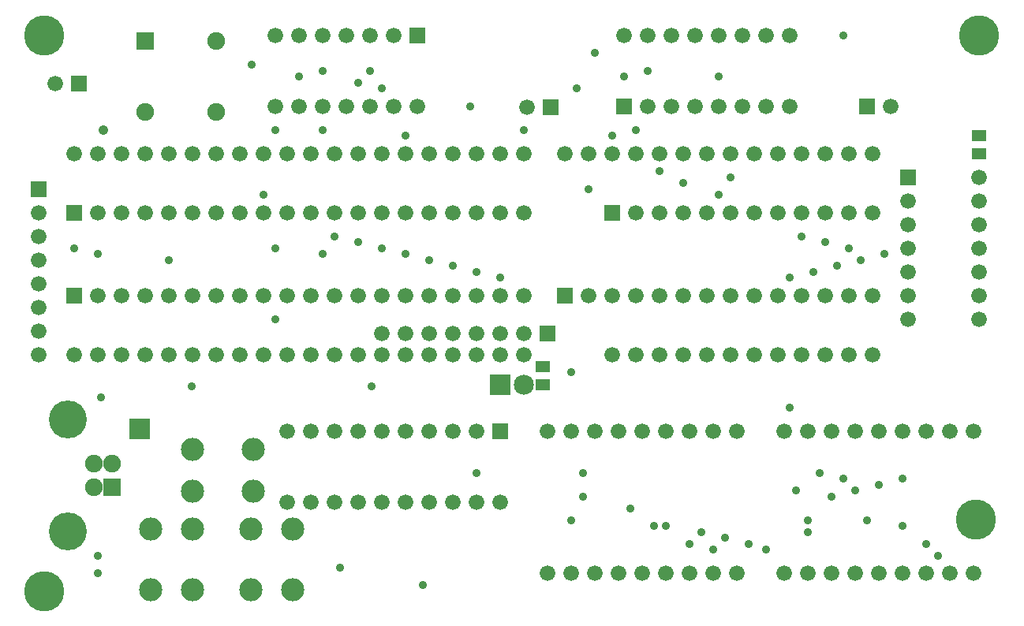
<source format=gbs>
G04*
G04 Format:               Gerber RS-274X*
G04 Layer:                BottomSolderMask*
G04 This File Name:       Mini (Ver 4l 2024).gbs*
G04 Source File Name:     Mini (Ver 4l 2024).rrb*
G04 Unique ID:            9c8083e7-ab2a-4ad3-9dcb-41d5e6687822*
G04 Generated Date:       Sunday, 20 October 2024 01:14:28*
G04*
G04 Created Using:        Robot Room Copper Connection v2.7.5443*
G04 Software Contact:     http://www.robotroom.com/CopperConnection/Support.aspx*
G04 License Number:       1685*
G04 Student Edition:      true*
G04*
G04 Zero Suppression:     Leading*
G04 Number Precision:     2.4*
G04*
G04 Polarity:             Negative. Dark is solderable. Clear space is coating.*
G04*
%FSLAX24Y24*%
%MOIN*%
%LNBottomSolderMask*%
%ADD10C,.036*%
%ADD11C,.041*%
%ADD12C,.066*%
%ADD13C,.075*%
%ADD14C,.085*%
%ADD15C,.098*%
%ADD16C,.16*%
%ADD17C,.17*%
%ADD18R,.006X.006*%
%ADD19R,.066X.066*%
%ADD20R,.075X.075*%
%ADD21R,.085X.085*%
%ADD22R,.06X.05*%
D10*
G01X10750Y20500D03*
X27000Y18750D03*
X34750Y5750D03*
X22070Y10480D03*
X10250Y17750D03*
X29500Y22750D03*
X6250Y15000D03*
X12750Y20500D03*
X16250Y15250D03*
X32500Y8750D03*
X33750Y6000D03*
X7220Y9660D03*
X3250Y15250D03*
X14750Y23000D03*
X12750D03*
X32750Y5250D03*
X13500Y2000D03*
X31500Y2750D03*
X26000Y20500D03*
X12750Y15250D03*
X21250Y20500D03*
X30000Y18500D03*
X2250Y15500D03*
X10750D03*
X37250Y5750D03*
X36250Y5500D03*
X35250Y5250D03*
X34250Y5000D03*
X23250Y4000D03*
X33250D03*
X27250Y3750D03*
X38250Y3000D03*
X37250Y3750D03*
X38750Y2500D03*
X30750Y3000D03*
X29500Y17750D03*
X23250Y10250D03*
X35750Y4000D03*
X29750Y3250D03*
X28250Y3000D03*
X29250Y2750D03*
X28750Y3500D03*
X14250Y22500D03*
X15250Y22250D03*
X3250Y2500D03*
X23500Y22250D03*
X26750Y3750D03*
X33250Y3500D03*
X34740Y24500D03*
X25750Y4500D03*
X19250Y6000D03*
X25500Y22750D03*
X23750Y5000D03*
Y6000D03*
X26500Y23000D03*
X15250Y15500D03*
X35000D03*
X11750Y22750D03*
X10750Y12500D03*
X14250Y15750D03*
X16250Y20250D03*
X25000D03*
X24000Y18000D03*
X34000Y15750D03*
X28000Y18250D03*
X13250Y16000D03*
X33000D03*
X9750Y23250D03*
X14810Y9660D03*
X3250Y1750D03*
X18990Y21500D03*
X36500Y15250D03*
X17250Y15000D03*
X35500D03*
X18250Y14750D03*
X34500D03*
X19250Y14500D03*
X33500D03*
X20250Y14250D03*
X24250Y23750D03*
X3380Y9200D03*
X17000Y1250D03*
X32500Y14250D03*
D11*
X3500Y20500D03*
D12*
X24000Y13500D03*
X25000D03*
X26000D03*
X27000D03*
X28000D03*
X29000D03*
X30000D03*
X31000D03*
X32000D03*
X33000D03*
X34000D03*
X35000D03*
X36000D03*
Y19500D03*
X35000D03*
X34000D03*
X33000D03*
X32000D03*
X31000D03*
X30000D03*
X29000D03*
X28000D03*
X27000D03*
X26000D03*
X25000D03*
X24000D03*
X23000D03*
X26000Y17000D03*
X27000D03*
X28000D03*
X29000D03*
X30000D03*
X31000D03*
X32000D03*
X33000D03*
X34000D03*
X35000D03*
X36000D03*
Y11000D03*
X35000D03*
X34000D03*
X33000D03*
X32000D03*
X31000D03*
X30000D03*
X29000D03*
X28000D03*
X27000D03*
X26000D03*
X25000D03*
X3250Y13500D03*
X4250D03*
X5250D03*
X6250D03*
X7250D03*
X8250D03*
X9250D03*
X10250D03*
X11250D03*
X12250D03*
X13250D03*
X14250D03*
X15250D03*
X16250D03*
X17250D03*
X18250D03*
X19250D03*
X20250D03*
X21250D03*
Y19500D03*
X20250D03*
X19250D03*
X18250D03*
X17250D03*
X16250D03*
X15250D03*
X14250D03*
X13250D03*
X12250D03*
X11250D03*
X10250D03*
X9250D03*
X8250D03*
X7250D03*
X6250D03*
X5250D03*
X4250D03*
X3250D03*
X2250D03*
X3250Y17000D03*
X4250D03*
X5250D03*
X6250D03*
X7250D03*
X8250D03*
X9250D03*
X10250D03*
X11250D03*
X12250D03*
X13250D03*
X14250D03*
X15250D03*
X16250D03*
X17250D03*
X18250D03*
X19250D03*
X20250D03*
X21250D03*
Y11000D03*
X20250D03*
X19250D03*
X18250D03*
X17250D03*
X16250D03*
X15250D03*
X14250D03*
X13250D03*
X12250D03*
X11250D03*
X10250D03*
X9250D03*
X8250D03*
X7250D03*
X6250D03*
X5250D03*
X4250D03*
X3250D03*
X2250D03*
X15750Y24500D03*
X14750D03*
X13750D03*
X12750D03*
X11750D03*
X10750D03*
Y21500D03*
X11750D03*
X12750D03*
X13750D03*
X14750D03*
X15750D03*
X16750D03*
X24250Y1750D03*
X22250D03*
X23250D03*
X25250D03*
X26250D03*
X27250D03*
X28250D03*
X29250D03*
X30250D03*
Y7750D03*
X29250D03*
X28250D03*
X27250D03*
X26250D03*
X25250D03*
X24250D03*
X23250D03*
X22250D03*
X1460Y22460D03*
X750Y17000D03*
Y16000D03*
Y15000D03*
Y14000D03*
Y13000D03*
Y12000D03*
Y11000D03*
X34250Y1750D03*
X32250D03*
X33250D03*
X35250D03*
X36250D03*
X37250D03*
X38250D03*
X39250D03*
X40250D03*
Y7750D03*
X39250D03*
X38250D03*
X37250D03*
X36250D03*
X35250D03*
X34250D03*
X33250D03*
X32250D03*
X19250D03*
X18250D03*
X17250D03*
X16250D03*
X15250D03*
X14250D03*
X13250D03*
X12250D03*
X11250D03*
Y4750D03*
X12250D03*
X13250D03*
X14250D03*
X15250D03*
X16250D03*
X17250D03*
X18250D03*
X19250D03*
X20250D03*
X37500Y17500D03*
Y16500D03*
Y15500D03*
Y14500D03*
Y13500D03*
Y12500D03*
X40500D03*
Y13500D03*
Y14500D03*
Y15500D03*
Y16500D03*
Y17500D03*
Y18500D03*
X26500Y21500D03*
X27500D03*
X28500D03*
X29500D03*
X30500D03*
X31500D03*
X32500D03*
Y24500D03*
X31500D03*
X30500D03*
X29500D03*
X28500D03*
X27500D03*
X26500D03*
X25500D03*
X36750Y21500D03*
X21390Y21450D03*
X21250Y11890D03*
X20250D03*
X19250D03*
X18250D03*
X17250D03*
X16250D03*
X15250D03*
D13*
X5250Y21250D03*
X8250D03*
Y24250D03*
X3070Y6370D03*
Y5390D03*
X3850Y6370D03*
D14*
X21250Y9720D03*
D15*
X7250Y3610D03*
Y1050D03*
X5480Y3610D03*
Y1050D03*
X11500Y3610D03*
Y1050D03*
X9730Y3610D03*
Y1050D03*
X7250Y7000D03*
X9810D03*
X7250Y5230D03*
X9810D03*
D16*
X2000Y8250D03*
Y3510D03*
D17*
X1000Y24500D03*
Y1000D03*
X40350Y4030D03*
X40500Y24500D03*
D19*
X23000Y13500D03*
X25000Y17000D03*
X2250Y13500D03*
Y17000D03*
X16750Y24500D03*
X2460Y22460D03*
X750Y18000D03*
X20250Y7750D03*
X37500Y18500D03*
X25500Y21500D03*
X35750D03*
X22390Y21450D03*
X22250Y11890D03*
D20*
X5250Y24250D03*
X3850Y5390D03*
D21*
X5030Y7840D03*
X20250Y9720D03*
D22*
X40500Y20250D03*
Y19490D03*
X22060Y9720D03*
Y10480D03*
M02*

</source>
